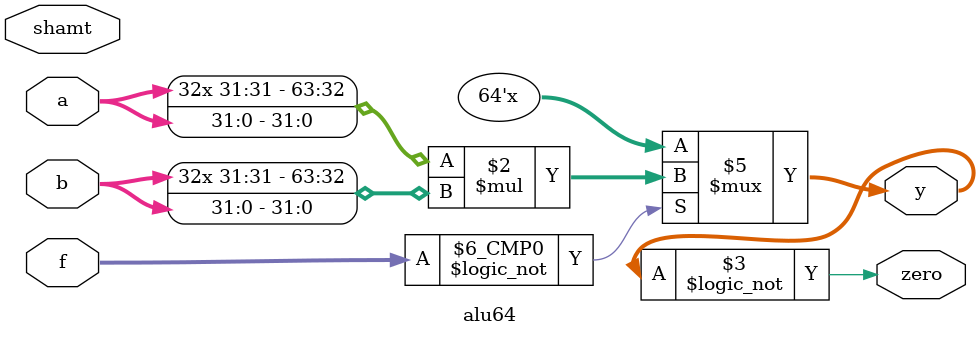
<source format=v>


`timescale 1ns/1ns

module alu64( input [31:0] a, 
            input [31:0] b,
            input [5:0] f,
            input [4:0] shamt,
            output reg [63:0] y, 
            output reg zero);

always @ (*) begin
    case (f)
        6'b000000: begin
        	y = $signed(a) * $signed(b);                             // MULT
		end
    endcase
         zero = (y==8'b0);
     end
endmodule
</source>
